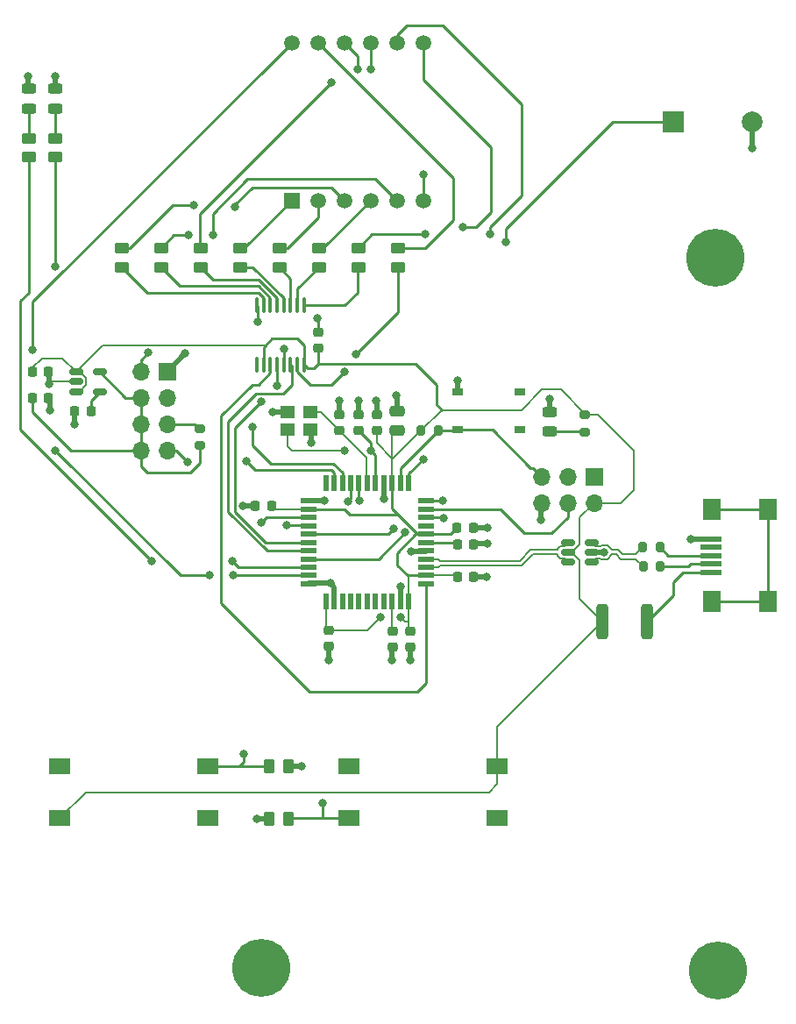
<source format=gbr>
%TF.GenerationSoftware,KiCad,Pcbnew,(7.0.0)*%
%TF.CreationDate,2023-04-20T13:01:05-06:00*%
%TF.ProjectId,Phase_B_ATMEGA_v3,50686173-655f-4425-9f41-544d4547415f,rev?*%
%TF.SameCoordinates,Original*%
%TF.FileFunction,Copper,L1,Top*%
%TF.FilePolarity,Positive*%
%FSLAX46Y46*%
G04 Gerber Fmt 4.6, Leading zero omitted, Abs format (unit mm)*
G04 Created by KiCad (PCBNEW (7.0.0)) date 2023-04-20 13:01:05*
%MOMM*%
%LPD*%
G01*
G04 APERTURE LIST*
G04 Aperture macros list*
%AMRoundRect*
0 Rectangle with rounded corners*
0 $1 Rounding radius*
0 $2 $3 $4 $5 $6 $7 $8 $9 X,Y pos of 4 corners*
0 Add a 4 corners polygon primitive as box body*
4,1,4,$2,$3,$4,$5,$6,$7,$8,$9,$2,$3,0*
0 Add four circle primitives for the rounded corners*
1,1,$1+$1,$2,$3*
1,1,$1+$1,$4,$5*
1,1,$1+$1,$6,$7*
1,1,$1+$1,$8,$9*
0 Add four rect primitives between the rounded corners*
20,1,$1+$1,$2,$3,$4,$5,0*
20,1,$1+$1,$4,$5,$6,$7,0*
20,1,$1+$1,$6,$7,$8,$9,0*
20,1,$1+$1,$8,$9,$2,$3,0*%
G04 Aperture macros list end*
%TA.AperFunction,ComponentPad*%
%ADD10C,5.600000*%
%TD*%
%TA.AperFunction,SMDPad,CuDef*%
%ADD11RoundRect,0.250000X0.450000X-0.262500X0.450000X0.262500X-0.450000X0.262500X-0.450000X-0.262500X0*%
%TD*%
%TA.AperFunction,SMDPad,CuDef*%
%ADD12RoundRect,0.200000X0.275000X-0.200000X0.275000X0.200000X-0.275000X0.200000X-0.275000X-0.200000X0*%
%TD*%
%TA.AperFunction,SMDPad,CuDef*%
%ADD13RoundRect,0.225000X-0.225000X-0.250000X0.225000X-0.250000X0.225000X0.250000X-0.225000X0.250000X0*%
%TD*%
%TA.AperFunction,SMDPad,CuDef*%
%ADD14RoundRect,0.243750X-0.456250X0.243750X-0.456250X-0.243750X0.456250X-0.243750X0.456250X0.243750X0*%
%TD*%
%TA.AperFunction,SMDPad,CuDef*%
%ADD15R,2.000000X0.500000*%
%TD*%
%TA.AperFunction,SMDPad,CuDef*%
%ADD16R,1.700000X2.000000*%
%TD*%
%TA.AperFunction,SMDPad,CuDef*%
%ADD17RoundRect,0.225000X0.250000X-0.225000X0.250000X0.225000X-0.250000X0.225000X-0.250000X-0.225000X0*%
%TD*%
%TA.AperFunction,SMDPad,CuDef*%
%ADD18RoundRect,0.200000X-0.200000X-0.275000X0.200000X-0.275000X0.200000X0.275000X-0.200000X0.275000X0*%
%TD*%
%TA.AperFunction,SMDPad,CuDef*%
%ADD19RoundRect,0.225000X-0.250000X0.225000X-0.250000X-0.225000X0.250000X-0.225000X0.250000X0.225000X0*%
%TD*%
%TA.AperFunction,SMDPad,CuDef*%
%ADD20R,1.400000X1.200000*%
%TD*%
%TA.AperFunction,SMDPad,CuDef*%
%ADD21RoundRect,0.250000X-0.262500X-0.450000X0.262500X-0.450000X0.262500X0.450000X-0.262500X0.450000X0*%
%TD*%
%TA.AperFunction,SMDPad,CuDef*%
%ADD22RoundRect,0.100000X-0.100000X0.637500X-0.100000X-0.637500X0.100000X-0.637500X0.100000X0.637500X0*%
%TD*%
%TA.AperFunction,SMDPad,CuDef*%
%ADD23RoundRect,0.225000X0.225000X0.250000X-0.225000X0.250000X-0.225000X-0.250000X0.225000X-0.250000X0*%
%TD*%
%TA.AperFunction,SMDPad,CuDef*%
%ADD24RoundRect,0.200000X-0.275000X0.200000X-0.275000X-0.200000X0.275000X-0.200000X0.275000X0.200000X0*%
%TD*%
%TA.AperFunction,SMDPad,CuDef*%
%ADD25RoundRect,0.200000X0.200000X0.275000X-0.200000X0.275000X-0.200000X-0.275000X0.200000X-0.275000X0*%
%TD*%
%TA.AperFunction,SMDPad,CuDef*%
%ADD26R,0.550000X1.500000*%
%TD*%
%TA.AperFunction,SMDPad,CuDef*%
%ADD27R,1.500000X0.550000*%
%TD*%
%TA.AperFunction,SMDPad,CuDef*%
%ADD28R,1.000000X0.700000*%
%TD*%
%TA.AperFunction,SMDPad,CuDef*%
%ADD29R,2.000000X1.500000*%
%TD*%
%TA.AperFunction,ComponentPad*%
%ADD30R,1.700000X1.700000*%
%TD*%
%TA.AperFunction,ComponentPad*%
%ADD31O,1.700000X1.700000*%
%TD*%
%TA.AperFunction,SMDPad,CuDef*%
%ADD32RoundRect,0.250000X0.312500X1.450000X-0.312500X1.450000X-0.312500X-1.450000X0.312500X-1.450000X0*%
%TD*%
%TA.AperFunction,ComponentPad*%
%ADD33R,2.000000X2.000000*%
%TD*%
%TA.AperFunction,ComponentPad*%
%ADD34C,2.000000*%
%TD*%
%TA.AperFunction,SMDPad,CuDef*%
%ADD35RoundRect,0.250000X0.262500X0.450000X-0.262500X0.450000X-0.262500X-0.450000X0.262500X-0.450000X0*%
%TD*%
%TA.AperFunction,SMDPad,CuDef*%
%ADD36RoundRect,0.250000X0.475000X-0.250000X0.475000X0.250000X-0.475000X0.250000X-0.475000X-0.250000X0*%
%TD*%
%TA.AperFunction,ComponentPad*%
%ADD37R,1.500000X1.500000*%
%TD*%
%TA.AperFunction,ComponentPad*%
%ADD38C,1.500000*%
%TD*%
%TA.AperFunction,SMDPad,CuDef*%
%ADD39RoundRect,0.150000X0.512500X0.150000X-0.512500X0.150000X-0.512500X-0.150000X0.512500X-0.150000X0*%
%TD*%
%TA.AperFunction,SMDPad,CuDef*%
%ADD40RoundRect,0.150000X-0.512500X-0.150000X0.512500X-0.150000X0.512500X0.150000X-0.512500X0.150000X0*%
%TD*%
%TA.AperFunction,ViaPad*%
%ADD41C,0.800000*%
%TD*%
%TA.AperFunction,Conductor*%
%ADD42C,0.250000*%
%TD*%
%TA.AperFunction,Conductor*%
%ADD43C,0.203200*%
%TD*%
%TA.AperFunction,Conductor*%
%ADD44C,0.508000*%
%TD*%
%TA.AperFunction,Conductor*%
%ADD45C,0.200000*%
%TD*%
G04 APERTURE END LIST*
D10*
%TO.P,REF\u002A\u002A,1*%
%TO.N,N/C*%
X177018978Y-148038539D03*
%TD*%
%TO.P,REF\u002A\u002A,1*%
%TO.N,N/C*%
X132984544Y-147747431D03*
%TD*%
%TO.P,REF\u002A\u002A,1*%
%TO.N,N/C*%
X176800761Y-79162679D03*
%TD*%
D11*
%TO.P,R5,1*%
%TO.N,a*%
X146114167Y-80088318D03*
%TO.P,R5,2*%
%TO.N,Net-(U1-a)*%
X146114167Y-78263318D03*
%TD*%
D12*
%TO.P,R17,1*%
%TO.N,+3.3V*%
X127000000Y-97345000D03*
%TO.P,R17,2*%
%TO.N,Net-(J3-Pin_5)*%
X127000000Y-95695000D03*
%TD*%
D11*
%TO.P,R8,1*%
%TO.N,d*%
X134684167Y-80088318D03*
%TO.P,R8,2*%
%TO.N,Net-(U1-d)*%
X134684167Y-78263318D03*
%TD*%
D13*
%TO.P,C13,1*%
%TO.N,+5V*%
X110860000Y-90200000D03*
%TO.P,C13,2*%
%TO.N,GND*%
X112410000Y-90200000D03*
%TD*%
D14*
%TO.P,D3,1,K*%
%TO.N,GND*%
X160845000Y-94065000D03*
%TO.P,D3,2,A*%
%TO.N,Net-(D3-A)*%
X160845000Y-95940000D03*
%TD*%
D15*
%TO.P,J2,1,VBUS*%
%TO.N,Net-(J2-VBUS)*%
X176369999Y-109549999D03*
%TO.P,J2,2,D-*%
%TO.N,Net-(J2-D-)*%
X176369999Y-108749999D03*
%TO.P,J2,3,D+*%
%TO.N,Net-(J2-D+)*%
X176369999Y-107949999D03*
%TO.P,J2,4,ID*%
%TO.N,unconnected-(J2-ID-Pad4)*%
X176369999Y-107149999D03*
%TO.P,J2,5,GND*%
%TO.N,GND*%
X176369999Y-106349999D03*
D16*
%TO.P,J2,6,Shield*%
%TO.N,unconnected-(J2-Shield-Pad6)*%
X176469999Y-112399999D03*
X181919999Y-112399999D03*
X176469999Y-103499999D03*
X181919999Y-103499999D03*
%TD*%
D11*
%TO.P,R7,1*%
%TO.N,c*%
X138494167Y-80088318D03*
%TO.P,R7,2*%
%TO.N,Net-(U1-c)*%
X138494167Y-78263318D03*
%TD*%
D17*
%TO.P,C5,1*%
%TO.N,+5V*%
X144085597Y-95917361D03*
%TO.P,C5,2*%
%TO.N,GND*%
X144085597Y-94367361D03*
%TD*%
D14*
%TO.P,D2,1,K*%
%TO.N,GND*%
X113030000Y-62895000D03*
%TO.P,D2,2,A*%
%TO.N,Net-(D2-A)*%
X113030000Y-64770000D03*
%TD*%
D11*
%TO.P,R3,1*%
%TO.N,RED_LED*%
X110490000Y-69492500D03*
%TO.P,R3,2*%
%TO.N,Net-(D1-A)*%
X110490000Y-67667500D03*
%TD*%
%TO.P,R6,1*%
%TO.N,b*%
X142304167Y-80088318D03*
%TO.P,R6,2*%
%TO.N,Net-(U1-b)*%
X142304167Y-78263318D03*
%TD*%
D18*
%TO.P,R13,1*%
%TO.N,+5V*%
X148386135Y-95870623D03*
%TO.P,R13,2*%
%TO.N,RST*%
X150036135Y-95870623D03*
%TD*%
D19*
%TO.P,C2,1*%
%TO.N,GND*%
X140488764Y-94349911D03*
%TO.P,C2,2*%
%TO.N,XTAL1*%
X140488764Y-95899911D03*
%TD*%
D20*
%TO.P,Y1,1,1*%
%TO.N,XTAL1*%
X137690469Y-94091469D03*
%TO.P,Y1,2,2*%
%TO.N,GND*%
X135490469Y-94091469D03*
%TO.P,Y1,3,3*%
%TO.N,XTAL2*%
X135490469Y-95791469D03*
%TO.P,Y1,4,4*%
%TO.N,GND*%
X137690469Y-95791469D03*
%TD*%
D19*
%TO.P,C12,1*%
%TO.N,/AREF*%
X145625107Y-115266761D03*
%TO.P,C12,2*%
%TO.N,GND*%
X145625107Y-116816761D03*
%TD*%
D21*
%TO.P,R1,1*%
%TO.N,Button_1*%
X133707500Y-128270000D03*
%TO.P,R1,2*%
%TO.N,GND*%
X135532500Y-128270000D03*
%TD*%
D22*
%TO.P,U2,1,QB*%
%TO.N,b*%
X137082297Y-83805077D03*
%TO.P,U2,2,QC*%
%TO.N,c*%
X136432297Y-83805077D03*
%TO.P,U2,3,QD*%
%TO.N,d*%
X135782297Y-83805077D03*
%TO.P,U2,4,QE*%
%TO.N,e*%
X135132297Y-83805077D03*
%TO.P,U2,5,QF*%
%TO.N,f*%
X134482297Y-83805077D03*
%TO.P,U2,6,QG*%
%TO.N,g*%
X133832297Y-83805077D03*
%TO.P,U2,7,QH*%
%TO.N,dp*%
X133182297Y-83805077D03*
%TO.P,U2,8,GND*%
%TO.N,GND*%
X132532297Y-83805077D03*
%TO.P,U2,9,QH'*%
%TO.N,unconnected-(U2-QH'-Pad9)*%
X132532297Y-89530077D03*
%TO.P,U2,10,~{SRCLR}*%
%TO.N,+5V*%
X133182297Y-89530077D03*
%TO.P,U2,11,SRCLK*%
%TO.N,SH_CP*%
X133832297Y-89530077D03*
%TO.P,U2,12,RCLK*%
%TO.N,ST_CP*%
X134482297Y-89530077D03*
%TO.P,U2,13,~{OE}*%
%TO.N,GND*%
X135132297Y-89530077D03*
%TO.P,U2,14,SER*%
%TO.N,DS*%
X135782297Y-89530077D03*
%TO.P,U2,15,QA*%
%TO.N,a*%
X136432297Y-89530077D03*
%TO.P,U2,16,VCC*%
%TO.N,+5V*%
X137082297Y-89530077D03*
%TD*%
D23*
%TO.P,C15,1*%
%TO.N,Net-(U5-BP)*%
X116500000Y-93980000D03*
%TO.P,C15,2*%
%TO.N,GND*%
X114950000Y-93980000D03*
%TD*%
D13*
%TO.P,C9,1*%
%TO.N,/UCAP*%
X151871806Y-106893264D03*
%TO.P,C9,2*%
%TO.N,GND*%
X153421806Y-106893264D03*
%TD*%
D14*
%TO.P,D1,1,K*%
%TO.N,GND*%
X110490000Y-62895000D03*
%TO.P,D1,2,A*%
%TO.N,Net-(D1-A)*%
X110490000Y-64770000D03*
%TD*%
D24*
%TO.P,R16,1*%
%TO.N,+5V*%
X164196361Y-94377674D03*
%TO.P,R16,2*%
%TO.N,Net-(D3-A)*%
X164196361Y-96027674D03*
%TD*%
D13*
%TO.P,C7,1*%
%TO.N,+5V*%
X151894180Y-110009211D03*
%TO.P,C7,2*%
%TO.N,GND*%
X153444180Y-110009211D03*
%TD*%
D25*
%TO.P,R14,1*%
%TO.N,Net-(J2-D+)*%
X171450000Y-107151492D03*
%TO.P,R14,2*%
%TO.N,USB_CONN_D+*%
X169800000Y-107151492D03*
%TD*%
D26*
%TO.P,U3,44,AVCC*%
%TO.N,+5V*%
X147184999Y-112379999D03*
%TO.P,U3,43,GND*%
%TO.N,GND*%
X146384999Y-112379999D03*
%TO.P,U3,42,AREF*%
%TO.N,/AREF*%
X145584999Y-112379999D03*
%TO.P,U3,41,PF0*%
%TO.N,unconnected-(U3-PF0-Pad41)*%
X144784999Y-112379999D03*
%TO.P,U3,40,PF1*%
%TO.N,unconnected-(U3-PF1-Pad40)*%
X143984999Y-112379999D03*
%TO.P,U3,39,PF4*%
%TO.N,unconnected-(U3-PF4-Pad39)*%
X143184999Y-112379999D03*
%TO.P,U3,38,PF5*%
%TO.N,unconnected-(U3-PF5-Pad38)*%
X142384999Y-112379999D03*
%TO.P,U3,37,PF6*%
%TO.N,unconnected-(U3-PF6-Pad37)*%
X141584999Y-112379999D03*
%TO.P,U3,36,PF7*%
%TO.N,unconnected-(U3-PF7-Pad36)*%
X140784999Y-112379999D03*
%TO.P,U3,35,GND*%
%TO.N,GND*%
X139984999Y-112379999D03*
%TO.P,U3,34,VCC*%
%TO.N,+5V*%
X139184999Y-112379999D03*
D27*
%TO.P,U3,33,~{HWB}/PE2*%
%TO.N,GND*%
X137484999Y-110679999D03*
%TO.P,U3,32,PC7*%
%TO.N,Dig1*%
X137484999Y-109879999D03*
%TO.P,U3,31,PC6*%
%TO.N,RED_LED*%
X137484999Y-109079999D03*
%TO.P,U3,30,PB6*%
%TO.N,Dig4*%
X137484999Y-108279999D03*
%TO.P,U3,29,PB5*%
%TO.N,DS*%
X137484999Y-107479999D03*
%TO.P,U3,28,PB4*%
%TO.N,ST_CP*%
X137484999Y-106679999D03*
%TO.P,U3,27,PD7*%
%TO.N,Buzzer*%
X137484999Y-105879999D03*
%TO.P,U3,26,PD6*%
%TO.N,Dig2*%
X137484999Y-105079999D03*
%TO.P,U3,25,PD4*%
%TO.N,GREEN_LED*%
X137484999Y-104279999D03*
%TO.P,U3,24,AVCC*%
%TO.N,+5V*%
X137484999Y-103479999D03*
%TO.P,U3,23,GND*%
%TO.N,GND*%
X137484999Y-102679999D03*
D26*
%TO.P,U3,22,PD5*%
%TO.N,unconnected-(U3-PD5-Pad22)*%
X139184999Y-100979999D03*
%TO.P,U3,21,PD3*%
%TO.N,RX*%
X139984999Y-100979999D03*
%TO.P,U3,20,PD2*%
%TO.N,TX*%
X140784999Y-100979999D03*
%TO.P,U3,19,PD1*%
%TO.N,Button_1*%
X141584999Y-100979999D03*
%TO.P,U3,18,PD0*%
%TO.N,Button_2*%
X142384999Y-100979999D03*
%TO.P,U3,17,XTAL1*%
%TO.N,XTAL1*%
X143184999Y-100979999D03*
%TO.P,U3,16,XTAL2*%
%TO.N,XTAL2*%
X143984999Y-100979999D03*
%TO.P,U3,15,GND*%
%TO.N,GND*%
X144784999Y-100979999D03*
%TO.P,U3,14,VCC*%
%TO.N,+5V*%
X145584999Y-100979999D03*
%TO.P,U3,13,~{RESET}*%
%TO.N,RST*%
X146384999Y-100979999D03*
%TO.P,U3,12,PB7*%
%TO.N,Dig3*%
X147184999Y-100979999D03*
D27*
%TO.P,U3,11,PB3*%
%TO.N,MISO*%
X148884999Y-102679999D03*
%TO.P,U3,10,PB2*%
%TO.N,MOSI*%
X148884999Y-103479999D03*
%TO.P,U3,9,PB1*%
%TO.N,SCK*%
X148884999Y-104279999D03*
%TO.P,U3,8,PB0*%
%TO.N,unconnected-(U3-PB0-Pad8)*%
X148884999Y-105079999D03*
%TO.P,U3,7,VBUS*%
%TO.N,+5V*%
X148884999Y-105879999D03*
%TO.P,U3,6,UCAP*%
%TO.N,/UCAP*%
X148884999Y-106679999D03*
%TO.P,U3,5,UGND*%
%TO.N,GND*%
X148884999Y-107479999D03*
%TO.P,U3,4,D+*%
%TO.N,USB_D+*%
X148884999Y-108279999D03*
%TO.P,U3,3,D-*%
%TO.N,USB_D-*%
X148884999Y-109079999D03*
%TO.P,U3,2,UVCC*%
%TO.N,+5V*%
X148884999Y-109879999D03*
%TO.P,U3,1,PE6*%
%TO.N,SH_CP*%
X148884999Y-110679999D03*
%TD*%
D13*
%TO.P,C14,1*%
%TO.N,+3.3V*%
X110860000Y-92710000D03*
%TO.P,C14,2*%
%TO.N,GND*%
X112410000Y-92710000D03*
%TD*%
D28*
%TO.P,S3,1*%
%TO.N,GND*%
X151939999Y-92129999D03*
%TO.P,S3,2*%
%TO.N,N/C*%
X157939999Y-92129999D03*
%TO.P,S3,3*%
%TO.N,RST*%
X151939999Y-95829999D03*
%TO.P,S3,4*%
%TO.N,N/C*%
X157939999Y-95829999D03*
%TD*%
D29*
%TO.P,S1,A1,NO_1*%
%TO.N,unconnected-(S1-NO_1-PadA1)*%
X113499999Y-128309999D03*
%TO.P,S1,B1,NO_2*%
%TO.N,Button_1*%
X127799999Y-128309999D03*
%TO.P,S1,C1,COM_1*%
%TO.N,+5V*%
X113499999Y-133309999D03*
%TO.P,S1,D1,COM_2*%
%TO.N,unconnected-(S1-COM_2-PadD1)*%
X127799999Y-133309999D03*
%TD*%
D17*
%TO.P,C1,1*%
%TO.N,+5V*%
X138430000Y-87910000D03*
%TO.P,C1,2*%
%TO.N,GND*%
X138430000Y-86360000D03*
%TD*%
D30*
%TO.P,J3,1,Pin_1*%
%TO.N,GND*%
X123859999Y-90169999D03*
D31*
%TO.P,J3,2,Pin_2*%
%TO.N,TX*%
X121319999Y-90169999D03*
%TO.P,J3,3,Pin_3*%
%TO.N,unconnected-(J3-Pin_3-Pad3)*%
X123859999Y-92709999D03*
%TO.P,J3,4,Pin_4*%
%TO.N,+3.3V*%
X121319999Y-92709999D03*
%TO.P,J3,5,Pin_5*%
%TO.N,Net-(J3-Pin_5)*%
X123859999Y-95249999D03*
%TO.P,J3,6,Pin_6*%
%TO.N,+3.3V*%
X121319999Y-95249999D03*
%TO.P,J3,7,Pin_7*%
%TO.N,RX*%
X123859999Y-97789999D03*
%TO.P,J3,8,Pin_8*%
%TO.N,+3.3V*%
X121319999Y-97789999D03*
%TD*%
D13*
%TO.P,C6,1*%
%TO.N,+5V*%
X151857379Y-105257668D03*
%TO.P,C6,2*%
%TO.N,GND*%
X153407379Y-105257668D03*
%TD*%
D11*
%TO.P,R12,1*%
%TO.N,dp*%
X119444167Y-80088318D03*
%TO.P,R12,2*%
%TO.N,Net-(U1-DPX)*%
X119444167Y-78263318D03*
%TD*%
D32*
%TO.P,F1,1*%
%TO.N,Net-(J2-VBUS)*%
X170180000Y-114300000D03*
%TO.P,F1,2*%
%TO.N,+5V*%
X165905000Y-114300000D03*
%TD*%
D33*
%TO.P,LS1,1,1*%
%TO.N,Buzzer*%
X172729999Y-66039999D03*
D34*
%TO.P,LS1,2,2*%
%TO.N,GND*%
X180330000Y-66040000D03*
%TD*%
D11*
%TO.P,R11,1*%
%TO.N,g*%
X123254167Y-80088318D03*
%TO.P,R11,2*%
%TO.N,Net-(U1-g)*%
X123254167Y-78263318D03*
%TD*%
D35*
%TO.P,R2,1*%
%TO.N,Button_2*%
X135532500Y-133350000D03*
%TO.P,R2,2*%
%TO.N,GND*%
X133707500Y-133350000D03*
%TD*%
D36*
%TO.P,C8,1*%
%TO.N,+5V*%
X146050000Y-95880000D03*
%TO.P,C8,2*%
%TO.N,GND*%
X146050000Y-93980000D03*
%TD*%
D37*
%TO.P,U1,1,e*%
%TO.N,Net-(U1-e)*%
X135889999Y-73659999D03*
D38*
%TO.P,U1,2,d*%
%TO.N,Net-(U1-d)*%
X138430000Y-73660000D03*
%TO.P,U1,3,DPX*%
%TO.N,Net-(U1-DPX)*%
X140970000Y-73660000D03*
%TO.P,U1,4,c*%
%TO.N,Net-(U1-c)*%
X143510000Y-73660000D03*
%TO.P,U1,5,g*%
%TO.N,Net-(U1-g)*%
X146050000Y-73660000D03*
%TO.P,U1,6,CA4*%
%TO.N,Dig4*%
X148590000Y-73660000D03*
%TO.P,U1,7,b*%
%TO.N,Net-(U1-b)*%
X148590000Y-58420000D03*
%TO.P,U1,8,CA3*%
%TO.N,Dig3*%
X146050000Y-58420000D03*
%TO.P,U1,9,CA2*%
%TO.N,Dig2*%
X143510000Y-58420000D03*
%TO.P,U1,10,f*%
%TO.N,Net-(U1-f)*%
X140970000Y-58420000D03*
%TO.P,U1,11,a*%
%TO.N,Net-(U1-a)*%
X138430000Y-58420000D03*
%TO.P,U1,12,CA1*%
%TO.N,Dig1*%
X135890000Y-58420000D03*
%TD*%
D39*
%TO.P,U4,1,I/O1*%
%TO.N,USB_CONN_D-*%
X164835000Y-108580000D03*
%TO.P,U4,2,GND*%
%TO.N,GND*%
X164835000Y-107630000D03*
%TO.P,U4,3,I/O2*%
%TO.N,USB_CONN_D+*%
X164835000Y-106680000D03*
%TO.P,U4,4,I/O2*%
%TO.N,USB_D+*%
X162560000Y-106680000D03*
%TO.P,U4,5,VBUS*%
%TO.N,+5V*%
X162560000Y-107630000D03*
%TO.P,U4,6,I/O1*%
%TO.N,USB_D-*%
X162560000Y-108580000D03*
%TD*%
D17*
%TO.P,C3,1*%
%TO.N,XTAL2*%
X142324588Y-95908823D03*
%TO.P,C3,2*%
%TO.N,GND*%
X142324588Y-94358823D03*
%TD*%
D23*
%TO.P,C4,1*%
%TO.N,+5V*%
X133938599Y-103156691D03*
%TO.P,C4,2*%
%TO.N,GND*%
X132388599Y-103156691D03*
%TD*%
D40*
%TO.P,U5,1,VIN*%
%TO.N,+5V*%
X115077500Y-90220000D03*
%TO.P,U5,2,GND*%
%TO.N,GND*%
X115077500Y-91170000D03*
%TO.P,U5,3,ON/~{OFF}*%
%TO.N,+5V*%
X115077500Y-92120000D03*
%TO.P,U5,4,BP*%
%TO.N,Net-(U5-BP)*%
X117352500Y-92120000D03*
%TO.P,U5,5,VOUT*%
%TO.N,+3.3V*%
X117352500Y-90220000D03*
%TD*%
D11*
%TO.P,R10,1*%
%TO.N,f*%
X127064167Y-80088318D03*
%TO.P,R10,2*%
%TO.N,Net-(U1-f)*%
X127064167Y-78263318D03*
%TD*%
D19*
%TO.P,C10,1*%
%TO.N,+5V*%
X147339690Y-115255481D03*
%TO.P,C10,2*%
%TO.N,GND*%
X147339690Y-116805481D03*
%TD*%
D11*
%TO.P,R9,1*%
%TO.N,e*%
X130874167Y-80088318D03*
%TO.P,R9,2*%
%TO.N,Net-(U1-e)*%
X130874167Y-78263318D03*
%TD*%
D25*
%TO.P,R15,1*%
%TO.N,Net-(J2-D-)*%
X171485295Y-109009638D03*
%TO.P,R15,2*%
%TO.N,USB_CONN_D-*%
X169835295Y-109009638D03*
%TD*%
D19*
%TO.P,C11,1*%
%TO.N,+5V*%
X139457130Y-115176623D03*
%TO.P,C11,2*%
%TO.N,GND*%
X139457130Y-116726623D03*
%TD*%
D11*
%TO.P,R4,1*%
%TO.N,GREEN_LED*%
X113030000Y-69492500D03*
%TO.P,R4,2*%
%TO.N,Net-(D2-A)*%
X113030000Y-67667500D03*
%TD*%
D29*
%TO.P,S2,A1,NO_1*%
%TO.N,unconnected-(S2-NO_1-PadA1)*%
X155739999Y-133309999D03*
%TO.P,S2,B1,NO_2*%
%TO.N,Button_2*%
X141439999Y-133309999D03*
%TO.P,S2,C1,COM_1*%
%TO.N,+5V*%
X155739999Y-128309999D03*
%TO.P,S2,D1,COM_2*%
%TO.N,unconnected-(S2-COM_2-PadD1)*%
X141439999Y-128309999D03*
%TD*%
D30*
%TO.P,J1,1,MISO*%
%TO.N,MISO*%
X165099999Y-100329999D03*
D31*
%TO.P,J1,2,VCC*%
%TO.N,+5V*%
X165099999Y-102869999D03*
%TO.P,J1,3,SCK*%
%TO.N,SCK*%
X162559999Y-100329999D03*
%TO.P,J1,4,MOSI*%
%TO.N,MOSI*%
X162559999Y-102869999D03*
%TO.P,J1,5,~{RST}*%
%TO.N,RST*%
X160019999Y-100329999D03*
%TO.P,J1,6,GND*%
%TO.N,GND*%
X160019999Y-102869999D03*
%TD*%
D41*
%TO.N,+5V*%
X146411428Y-113897881D03*
X144435060Y-113932104D03*
%TO.N,GND*%
X139606078Y-110628541D03*
X131147296Y-103191227D03*
X147426475Y-107528040D03*
X144772138Y-102488345D03*
X151914904Y-91041094D03*
X159982527Y-104545627D03*
X154731495Y-109974456D03*
X136860336Y-128322441D03*
X145560817Y-118077942D03*
X154758641Y-106836618D03*
X144047735Y-92993457D03*
X139453980Y-118076298D03*
X154803996Y-105261565D03*
X138327331Y-85054732D03*
X112425960Y-91378079D03*
X125613968Y-88408810D03*
X146401243Y-110943085D03*
X110455541Y-61628262D03*
X147332021Y-118053898D03*
X139070516Y-102661786D03*
X113085611Y-61642365D03*
X180340000Y-68580000D03*
X145996504Y-92473785D03*
X142335180Y-93017078D03*
X134061906Y-94077552D03*
X114896000Y-95295234D03*
X140504517Y-92981646D03*
X160813569Y-92820827D03*
X135119986Y-87995043D03*
X137732908Y-97092908D03*
X112551044Y-93961277D03*
X132612120Y-85354182D03*
X174441654Y-106349430D03*
X166059093Y-107642281D03*
X132487847Y-133368055D03*
%TO.N,XTAL2*%
X143510000Y-97790000D03*
X140970000Y-97790000D03*
%TO.N,MISO*%
X150474062Y-102647551D03*
%TO.N,SCK*%
X150525396Y-104337731D03*
%TO.N,TX*%
X122028372Y-88354383D03*
X132094922Y-95496971D03*
%TO.N,RX*%
X131516368Y-98845062D03*
X125798445Y-98888885D03*
%TO.N,Buzzer*%
X145748884Y-105374732D03*
X156586426Y-77697870D03*
%TO.N,Button_1*%
X141305513Y-102770994D03*
X131280663Y-127092446D03*
%TO.N,Button_2*%
X142388298Y-102683722D03*
X138878652Y-131848995D03*
%TO.N,RED_LED*%
X130174788Y-108526987D03*
X122403778Y-108526987D03*
%TO.N,GREEN_LED*%
X113030000Y-80010000D03*
X132926103Y-104804153D03*
%TO.N,a*%
X140970000Y-90170000D03*
X142085187Y-88483481D03*
%TO.N,Net-(U1-b)*%
X148821954Y-76941447D03*
X152400000Y-76200000D03*
%TO.N,Net-(U1-f)*%
X139700000Y-62230000D03*
X142240000Y-60960000D03*
%TO.N,Net-(U1-g)*%
X125883861Y-77036510D03*
X128302274Y-77019399D03*
%TO.N,Net-(U1-DPX)*%
X126454242Y-74091540D03*
X130412681Y-74256951D03*
%TO.N,Dig4*%
X148590000Y-71120000D03*
X146855280Y-105716960D03*
%TO.N,Dig3*%
X155017523Y-76943824D03*
X148572071Y-98652264D03*
%TO.N,Dig2*%
X135388968Y-105004500D03*
X143510000Y-60960000D03*
%TO.N,Dig1*%
X110855234Y-88068056D03*
X127952394Y-109887345D03*
X130246534Y-109880000D03*
X113030000Y-97790000D03*
%TO.N,ST_CP*%
X134441233Y-91576774D03*
X132979886Y-93105463D03*
%TD*%
D42*
%TO.N,unconnected-(J2-Shield-Pad6)*%
X181920000Y-112400000D02*
X176470000Y-112400000D01*
X181920000Y-103500000D02*
X181920000Y-112400000D01*
X176470000Y-103500000D02*
X181920000Y-103500000D01*
D43*
%TO.N,+5V*%
X161866366Y-91900963D02*
X164196361Y-94230958D01*
X163705646Y-112100646D02*
X165905000Y-114300000D01*
D42*
X138450866Y-89421898D02*
X138450866Y-87930866D01*
D43*
X147185000Y-115100791D02*
X147185000Y-114300000D01*
X115077500Y-90220000D02*
X115428659Y-90220000D01*
D42*
X146050000Y-108882572D02*
X147047428Y-109880000D01*
X148885000Y-105880000D02*
X151235047Y-105880000D01*
X146176813Y-104013187D02*
X145585000Y-103421375D01*
D43*
X155740000Y-130010000D02*
X155740000Y-128310000D01*
X163708318Y-104261682D02*
X165100000Y-102870000D01*
D42*
X147885000Y-105880000D02*
X146050000Y-107715000D01*
X149860000Y-91440000D02*
X149860000Y-93375016D01*
D43*
X110860000Y-89800000D02*
X110860000Y-90200000D01*
X165497674Y-94377674D02*
X168910000Y-97790000D01*
D42*
X146176813Y-104013187D02*
X141522401Y-104013187D01*
D43*
X143190541Y-115176623D02*
X144435060Y-113932104D01*
X167640000Y-102870000D02*
X165100000Y-102870000D01*
D42*
X133182297Y-87818000D02*
X133360149Y-87640149D01*
X138450866Y-87930866D02*
X138430000Y-87910000D01*
D43*
X148386135Y-95870623D02*
X145585000Y-98671758D01*
X116041600Y-90832941D02*
X116041600Y-91507059D01*
X164196361Y-94230958D02*
X164196361Y-94377674D01*
D42*
X147047428Y-109880000D02*
X148885000Y-109880000D01*
D43*
X147185000Y-114300000D02*
X147185000Y-112380000D01*
X115077500Y-90220000D02*
X117657351Y-87640149D01*
D42*
X138014525Y-89858239D02*
X138450866Y-89421898D01*
X148885000Y-105880000D02*
X147885000Y-105880000D01*
D43*
X144085597Y-95917361D02*
X144085597Y-97095597D01*
X115428659Y-92120000D02*
X115077500Y-92120000D01*
X163690678Y-108409519D02*
X163705646Y-108409519D01*
X162560000Y-107630000D02*
X162952248Y-107630000D01*
D42*
X146050000Y-107715000D02*
X146050000Y-108882572D01*
D43*
X139185000Y-114904493D02*
X139185000Y-112380000D01*
D42*
X133182297Y-89530077D02*
X133182297Y-87818000D01*
D43*
X162952248Y-107630000D02*
X163708318Y-106873930D01*
X115077500Y-90220000D02*
X113757500Y-88900000D01*
X117657351Y-87640149D02*
X133360149Y-87640149D01*
X115428659Y-90220000D02*
X116041600Y-90832941D01*
X145585000Y-99060000D02*
X145585000Y-100980000D01*
X162560000Y-107630000D02*
X162911159Y-107630000D01*
X151764969Y-109880000D02*
X148885000Y-109880000D01*
X163708318Y-106873930D02*
X163708318Y-104261682D01*
D42*
X136381196Y-87003291D02*
X137082297Y-87704392D01*
D43*
X163705646Y-108409519D02*
X163705646Y-112100646D01*
X155740000Y-128310000D02*
X155740000Y-124465000D01*
X147339690Y-115255481D02*
X147185000Y-115100791D01*
X145585000Y-98671758D02*
X145585000Y-99060000D01*
D42*
X145585000Y-103421375D02*
X145585000Y-100980000D01*
X147841898Y-89421898D02*
X149860000Y-91440000D01*
D43*
X146050000Y-95880000D02*
X145585000Y-96345000D01*
D42*
X140989214Y-103480000D02*
X137485000Y-103480000D01*
X137410459Y-89858239D02*
X138014525Y-89858239D01*
D43*
X162911159Y-107630000D02*
X163690678Y-108409519D01*
D42*
X148885000Y-105880000D02*
X148043625Y-105880000D01*
D43*
X144085597Y-97095597D02*
X145585000Y-98595000D01*
D42*
X138450866Y-89421898D02*
X147841898Y-89421898D01*
D43*
X116041600Y-91507059D02*
X115428659Y-92120000D01*
X164196361Y-94377674D02*
X165497674Y-94377674D01*
X133938599Y-103156691D02*
X134261908Y-103480000D01*
D42*
X137082297Y-89530077D02*
X137410459Y-89858239D01*
X137082297Y-87704392D02*
X137082297Y-89530077D01*
D43*
X113500000Y-133310000D02*
X116000000Y-130810000D01*
X146411428Y-113897881D02*
X146813547Y-114300000D01*
X113757500Y-88900000D02*
X111760000Y-88900000D01*
X116000000Y-130810000D02*
X154940000Y-130810000D01*
X154940000Y-130810000D02*
X155740000Y-130010000D01*
D42*
X151235047Y-105880000D02*
X151857379Y-105257668D01*
X133360149Y-87640149D02*
X133997006Y-87003291D01*
D43*
X134261908Y-103480000D02*
X137485000Y-103480000D01*
X139457130Y-115176623D02*
X139185000Y-114904493D01*
X147185000Y-110017572D02*
X147047428Y-109880000D01*
D42*
X148043625Y-105880000D02*
X146176813Y-104013187D01*
X149860000Y-93375016D02*
X150370871Y-93885887D01*
D43*
X151894180Y-110009211D02*
X151764969Y-109880000D01*
X146813547Y-114300000D02*
X147185000Y-114300000D01*
X160044001Y-91900963D02*
X161866366Y-91900963D01*
X145585000Y-96345000D02*
X145585000Y-99060000D01*
X145585000Y-98595000D02*
X145585000Y-99060000D01*
X139457130Y-115176623D02*
X143190541Y-115176623D01*
X111760000Y-88900000D02*
X110860000Y-89800000D01*
D42*
X141522401Y-104013187D02*
X140989214Y-103480000D01*
D43*
X150370871Y-93885887D02*
X158059077Y-93885887D01*
X147185000Y-112380000D02*
X147185000Y-110017572D01*
X168910000Y-97790000D02*
X168910000Y-101600000D01*
X148386135Y-95870623D02*
X150370871Y-93885887D01*
X168910000Y-101600000D02*
X167640000Y-102870000D01*
D42*
X133997006Y-87003291D02*
X136381196Y-87003291D01*
D43*
X155740000Y-124465000D02*
X165905000Y-114300000D01*
X158059077Y-93885887D02*
X160044001Y-91900963D01*
D44*
%TO.N,GND*%
X137536459Y-110628541D02*
X137485000Y-110680000D01*
X123860000Y-90162778D02*
X125613968Y-88408810D01*
X139985000Y-111007463D02*
X139985000Y-112380000D01*
X131147296Y-103191227D02*
X132354063Y-103191227D01*
X132487847Y-133368055D02*
X133689445Y-133368055D01*
X135532500Y-128270000D02*
X136807895Y-128270000D01*
X133689445Y-133368055D02*
X133707500Y-133350000D01*
D43*
X112634039Y-91170000D02*
X112425960Y-91378079D01*
D42*
X135132297Y-88007354D02*
X135119986Y-87995043D01*
D44*
X140488764Y-92997399D02*
X140504517Y-92981646D01*
X147332021Y-116813150D02*
X147339690Y-116805481D01*
X159982527Y-102907473D02*
X160020000Y-102870000D01*
X144772138Y-102488345D02*
X144772138Y-100992862D01*
X180330000Y-68570000D02*
X180340000Y-68580000D01*
X113085611Y-61642365D02*
X113085611Y-62839389D01*
X146050000Y-92527281D02*
X145996504Y-92473785D01*
X148907998Y-107502998D02*
X148885000Y-107480000D01*
X174442224Y-106350000D02*
X174441654Y-106349430D01*
X134061906Y-94077552D02*
X135476552Y-94077552D01*
X139457130Y-117082870D02*
X139453980Y-117086020D01*
X153478452Y-106836618D02*
X153421806Y-106893264D01*
X147426475Y-107528040D02*
X148836960Y-107528040D01*
X137732908Y-97092908D02*
X137732908Y-95833908D01*
X144085597Y-93031319D02*
X144047735Y-92993457D01*
X123860000Y-90170000D02*
X123860000Y-90162778D01*
X139606078Y-110628541D02*
X139985000Y-111007463D01*
X114896000Y-95295234D02*
X114896000Y-94034000D01*
X114896000Y-94034000D02*
X114950000Y-93980000D01*
D42*
X138430000Y-86360000D02*
X138430000Y-85157401D01*
D44*
X112551044Y-93961277D02*
X112551044Y-92851044D01*
X113085611Y-62839389D02*
X113030000Y-62895000D01*
X139606078Y-110628541D02*
X137536459Y-110628541D01*
X110455541Y-61628262D02*
X110455541Y-62860541D01*
X142324588Y-94358823D02*
X142324588Y-93027670D01*
X144085597Y-94367361D02*
X144085597Y-93031319D01*
X145560817Y-116881051D02*
X145625107Y-116816761D01*
X146050000Y-93980000D02*
X146050000Y-92527281D01*
D42*
X138430000Y-85157401D02*
X138327331Y-85054732D01*
D44*
X110455541Y-62860541D02*
X110490000Y-62895000D01*
D43*
X115077500Y-91170000D02*
X112634039Y-91170000D01*
D44*
X154803996Y-105261565D02*
X153411276Y-105261565D01*
X112551044Y-92851044D02*
X112410000Y-92710000D01*
X137732908Y-95833908D02*
X137690470Y-95791470D01*
X176370000Y-106350000D02*
X174442224Y-106350000D01*
D42*
X132606300Y-85360002D02*
X132612120Y-85354182D01*
D44*
X146401243Y-112363757D02*
X146385000Y-112380000D01*
X139457130Y-116726623D02*
X139457130Y-117082870D01*
D42*
X135132297Y-89530077D02*
X135132297Y-88007354D01*
D44*
X153444180Y-110009211D02*
X154696740Y-110009211D01*
X151940000Y-91066190D02*
X151914904Y-91041094D01*
X160813569Y-94033569D02*
X160845000Y-94065000D01*
X154696740Y-110009211D02*
X154731495Y-109974456D01*
X164835000Y-107630000D02*
X166046812Y-107630000D01*
X137485000Y-102680000D02*
X139052302Y-102680000D01*
X139052302Y-102680000D02*
X139070516Y-102661786D01*
X139453980Y-118076298D02*
X139453980Y-117086020D01*
X136807895Y-128270000D02*
X136860336Y-128322441D01*
X145560817Y-118077942D02*
X145560817Y-116881051D01*
D42*
X132612120Y-83884900D02*
X132532297Y-83805077D01*
D44*
X135476552Y-94077552D02*
X135490470Y-94091470D01*
X159982527Y-104545627D02*
X159982527Y-102907473D01*
X132354063Y-103191227D02*
X132388599Y-103156691D01*
D42*
X132612120Y-85354182D02*
X132612120Y-83884900D01*
D44*
X112425960Y-91378079D02*
X112425960Y-90215960D01*
X151940000Y-92130000D02*
X151940000Y-91066190D01*
X148836960Y-107528040D02*
X148885000Y-107480000D01*
X112425960Y-90215960D02*
X112410000Y-90200000D01*
X166046812Y-107630000D02*
X166059093Y-107642281D01*
X140488764Y-94349911D02*
X140488764Y-92997399D01*
X144772138Y-100992862D02*
X144785000Y-100980000D01*
X180330000Y-66040000D02*
X180330000Y-68570000D01*
X146401243Y-110943085D02*
X146401243Y-112363757D01*
X142324588Y-93027670D02*
X142335180Y-93017078D01*
X147332021Y-118053898D02*
X147332021Y-116813150D01*
X153411276Y-105261565D02*
X153407379Y-105257668D01*
X154758641Y-106836618D02*
X153478452Y-106836618D01*
X160813569Y-92820827D02*
X160813569Y-94033569D01*
D43*
%TO.N,XTAL1*%
X138680323Y-94091470D02*
X140488764Y-95899911D01*
X137690470Y-94091470D02*
X138680323Y-94091470D01*
X143106800Y-100901800D02*
X143185000Y-100980000D01*
X143106800Y-98517947D02*
X143106800Y-100901800D01*
X140488764Y-95899911D02*
X143106800Y-98517947D01*
%TO.N,XTAL2*%
X135490470Y-97390470D02*
X135894508Y-97794508D01*
D42*
X143510000Y-97790000D02*
X143510000Y-97094235D01*
X143510000Y-97094235D02*
X142324588Y-95908823D01*
D43*
X135490470Y-95791470D02*
X135490470Y-97390470D01*
D42*
X143510000Y-97790000D02*
X143985000Y-98265000D01*
D43*
X135894508Y-97794508D02*
X140965492Y-97794508D01*
D42*
X143985000Y-98265000D02*
X143985000Y-100980000D01*
D43*
X142324588Y-95908823D02*
X142240000Y-95993411D01*
X140965492Y-97794508D02*
X140970000Y-97790000D01*
D42*
%TO.N,/UCAP*%
X151658542Y-106680000D02*
X151871806Y-106893264D01*
X148885000Y-106680000D02*
X151658542Y-106680000D01*
D43*
%TO.N,/AREF*%
X145585000Y-115226654D02*
X145585000Y-112380000D01*
X145625107Y-115266761D02*
X145585000Y-115226654D01*
D42*
%TO.N,+3.3V*%
X121320000Y-95250000D02*
X121320000Y-97790000D01*
X121320000Y-99325030D02*
X121971334Y-99976364D01*
X121971334Y-99976364D02*
X126049554Y-99976364D01*
X121320000Y-97790000D02*
X121320000Y-99325030D01*
X114535757Y-97790000D02*
X121320000Y-97790000D01*
X127007793Y-97352793D02*
X127000000Y-97345000D01*
X127007793Y-99018125D02*
X127007793Y-97352793D01*
X110860000Y-94114243D02*
X114535757Y-97790000D01*
X126049554Y-99976364D02*
X127007793Y-99018125D01*
X110860000Y-92710000D02*
X110860000Y-94114243D01*
X121320000Y-92710000D02*
X119842500Y-92710000D01*
X121320000Y-92710000D02*
X121320000Y-95250000D01*
X119842500Y-92710000D02*
X117352500Y-90220000D01*
%TO.N,Net-(U5-BP)*%
X116500000Y-92972500D02*
X117352500Y-92120000D01*
X116500000Y-93980000D02*
X116500000Y-92972500D01*
%TO.N,Net-(D1-A)*%
X110490000Y-64770000D02*
X110490000Y-67667500D01*
%TO.N,Net-(D2-A)*%
X113030000Y-64770000D02*
X113030000Y-67667500D01*
%TO.N,Net-(D3-A)*%
X160845000Y-95940000D02*
X164108687Y-95940000D01*
X164108687Y-95940000D02*
X164196361Y-96027674D01*
%TO.N,Net-(J2-VBUS)*%
X172720000Y-111760000D02*
X172720000Y-110490000D01*
X170180000Y-114300000D02*
X172720000Y-111760000D01*
X172720000Y-110490000D02*
X173660000Y-109550000D01*
X173660000Y-109550000D02*
X176370000Y-109550000D01*
%TO.N,MISO*%
X148885000Y-102680000D02*
X150441613Y-102680000D01*
X150441613Y-102680000D02*
X150474062Y-102647551D01*
%TO.N,SCK*%
X150467665Y-104280000D02*
X150525396Y-104337731D01*
X148885000Y-104280000D02*
X150467665Y-104280000D01*
%TO.N,MOSI*%
X148885000Y-103480000D02*
X156061253Y-103480000D01*
X162560000Y-104244235D02*
X162560000Y-102870000D01*
X156061253Y-103480000D02*
X158377304Y-105796051D01*
X158377304Y-105796051D02*
X161008184Y-105796051D01*
X161008184Y-105796051D02*
X162560000Y-104244235D01*
%TO.N,RST*%
X150036135Y-95870623D02*
X151899377Y-95870623D01*
X151899377Y-95870623D02*
X151940000Y-95830000D01*
X146385000Y-100980000D02*
X146385000Y-99521758D01*
X146385000Y-99521758D02*
X150036135Y-95870623D01*
X158972315Y-99480000D02*
X155322315Y-95830000D01*
X155322315Y-95830000D02*
X151940000Y-95830000D01*
X160020000Y-100330000D02*
X159170000Y-99480000D01*
X159170000Y-99480000D02*
X158972315Y-99480000D01*
%TO.N,Net-(J2-D-)*%
X171485295Y-109009638D02*
X174200362Y-109009638D01*
X174460000Y-108750000D02*
X176370000Y-108750000D01*
X174200362Y-109009638D02*
X174460000Y-108750000D01*
%TO.N,Net-(J2-D+)*%
X172248508Y-107950000D02*
X176370000Y-107950000D01*
X171450000Y-107151492D02*
X172248508Y-107950000D01*
%TO.N,TX*%
X121320000Y-89062755D02*
X122028372Y-88354383D01*
X121320000Y-90170000D02*
X121320000Y-89062755D01*
X140785000Y-100980000D02*
X140785000Y-99980000D01*
X133876556Y-99094222D02*
X132094922Y-97312588D01*
X132094922Y-97312588D02*
X132094922Y-95496971D01*
X139899222Y-99094222D02*
X133876556Y-99094222D01*
X140785000Y-99980000D02*
X139899222Y-99094222D01*
%TO.N,Net-(J3-Pin_5)*%
X126555000Y-95250000D02*
X127000000Y-95695000D01*
X123860000Y-95250000D02*
X126555000Y-95250000D01*
%TO.N,RX*%
X139985000Y-99980000D02*
X139692277Y-99687277D01*
X132358583Y-99687277D02*
X131516368Y-98845062D01*
X139985000Y-100980000D02*
X139985000Y-99980000D01*
X139692277Y-99687277D02*
X132358583Y-99687277D01*
X123860000Y-97790000D02*
X124699560Y-97790000D01*
X124699560Y-97790000D02*
X125798445Y-98888885D01*
%TO.N,Buzzer*%
X145243616Y-105880000D02*
X145748884Y-105374732D01*
X137485000Y-105880000D02*
X145243616Y-105880000D01*
X156586426Y-76369596D02*
X166916022Y-66040000D01*
X166916022Y-66040000D02*
X172730000Y-66040000D01*
X156586426Y-77697870D02*
X156586426Y-76369596D01*
%TO.N,Button_1*%
X131280663Y-127839337D02*
X130810000Y-128310000D01*
X133667500Y-128310000D02*
X133707500Y-128270000D01*
X131280663Y-127092446D02*
X131280663Y-127839337D01*
X141585000Y-102491507D02*
X141305513Y-102770994D01*
X130810000Y-128310000D02*
X133667500Y-128310000D01*
X127800000Y-128310000D02*
X130810000Y-128310000D01*
X141585000Y-100980000D02*
X141585000Y-102491507D01*
%TO.N,Button_2*%
X142385000Y-102680424D02*
X142388298Y-102683722D01*
X142385000Y-100980000D02*
X142385000Y-102680424D01*
X135572500Y-133310000D02*
X138750316Y-133310000D01*
X135532500Y-133350000D02*
X135572500Y-133310000D01*
X138878652Y-133181664D02*
X138750316Y-133310000D01*
X138750316Y-133310000D02*
X141440000Y-133310000D01*
X138878652Y-131848995D02*
X138878652Y-133181664D01*
%TO.N,RED_LED*%
X109673452Y-95796661D02*
X109673452Y-83366548D01*
X137485000Y-109080000D02*
X130727801Y-109080000D01*
X130727801Y-109080000D02*
X130174788Y-108526987D01*
X109673452Y-83366548D02*
X110490000Y-82550000D01*
X122403778Y-108526987D02*
X109673452Y-95796661D01*
X110490000Y-82550000D02*
X110490000Y-69492500D01*
%TO.N,GREEN_LED*%
X113030000Y-69492500D02*
X113030000Y-80010000D01*
X132926103Y-104804153D02*
X133450256Y-104280000D01*
X133450256Y-104280000D02*
X137485000Y-104280000D01*
%TO.N,a*%
X136432297Y-89530077D02*
X136432297Y-90218618D01*
X136432297Y-90218618D02*
X137653679Y-91440000D01*
X137653679Y-91440000D02*
X139700000Y-91440000D01*
X139700000Y-91440000D02*
X140970000Y-90170000D01*
X146114167Y-84454501D02*
X142085187Y-88483481D01*
X146114167Y-80088318D02*
X146114167Y-84454501D01*
%TO.N,Net-(U1-a)*%
X148782627Y-78263318D02*
X151497323Y-75548622D01*
X146114167Y-78263318D02*
X148782627Y-78263318D01*
X151497323Y-71487323D02*
X151497323Y-75548622D01*
X138430000Y-58420000D02*
X151497323Y-71487323D01*
%TO.N,b*%
X142240000Y-80152485D02*
X142304167Y-80088318D01*
X140984923Y-83805077D02*
X142240000Y-82550000D01*
X142240000Y-82550000D02*
X142240000Y-80152485D01*
X137082297Y-83805077D02*
X140984923Y-83805077D01*
%TO.N,Net-(U1-b)*%
X153733496Y-76200000D02*
X152400000Y-76200000D01*
X143626038Y-76941447D02*
X148821954Y-76941447D01*
X155115864Y-74817632D02*
X153733496Y-76200000D01*
X148590000Y-58420000D02*
X148590000Y-62035407D01*
X148590000Y-62035407D02*
X155115864Y-68561271D01*
X155115864Y-68561271D02*
X155115864Y-74817632D01*
X142304167Y-78263318D02*
X143626038Y-76941447D01*
%TO.N,c*%
X138494167Y-80445818D02*
X138494167Y-80088318D01*
X138494167Y-80088318D02*
X136432297Y-82150188D01*
X136432297Y-82150188D02*
X136432297Y-83805077D01*
X138333000Y-80445818D02*
X138494167Y-80445818D01*
%TO.N,Net-(U1-c)*%
X138494167Y-78263318D02*
X138906682Y-78263318D01*
X138494167Y-77905818D02*
X138494167Y-78263318D01*
X138906682Y-78263318D02*
X143510000Y-73660000D01*
%TO.N,d*%
X135782297Y-83805077D02*
X135782297Y-81186448D01*
X135782297Y-81186448D02*
X134684167Y-80088318D01*
%TO.N,Net-(U1-d)*%
X134684167Y-78263318D02*
X135454182Y-78263318D01*
X135454182Y-78263318D02*
X138430000Y-75287500D01*
X138430000Y-73660000D02*
X138430000Y-75287500D01*
%TO.N,e*%
X132104079Y-80088318D02*
X130874167Y-80088318D01*
X135132297Y-83805077D02*
X135132297Y-83116536D01*
X135132297Y-83116536D02*
X132104079Y-80088318D01*
%TO.N,Net-(U1-e)*%
X130874167Y-77905818D02*
X130874167Y-78263318D01*
X135890000Y-73660000D02*
X131286682Y-78263318D01*
X131286682Y-78263318D02*
X130874167Y-78263318D01*
%TO.N,f*%
X128296188Y-81320339D02*
X127064167Y-80088318D01*
X134482297Y-83102932D02*
X132699704Y-81320339D01*
X134482297Y-83805077D02*
X134482297Y-83102932D01*
X132699704Y-81320339D02*
X128296188Y-81320339D01*
%TO.N,Net-(U1-f)*%
X127000000Y-78199151D02*
X127064167Y-78263318D01*
X127000000Y-74930000D02*
X127000000Y-78199151D01*
X139700000Y-62230000D02*
X127000000Y-74930000D01*
X142240000Y-60960000D02*
X142240000Y-59690000D01*
X142240000Y-59690000D02*
X140970000Y-58420000D01*
%TO.N,g*%
X133832297Y-83089328D02*
X132673516Y-81930547D01*
X125096396Y-81930547D02*
X123254167Y-80088318D01*
X132673516Y-81930547D02*
X125096396Y-81930547D01*
X133832297Y-83805077D02*
X133832297Y-83089328D01*
%TO.N,Net-(U1-g)*%
X143989169Y-71599169D02*
X131600831Y-71599169D01*
X128270000Y-74930000D02*
X128270000Y-76987125D01*
X131600831Y-71599169D02*
X128270000Y-74930000D01*
X128270000Y-76987125D02*
X128302274Y-77019399D01*
X146050000Y-73660000D02*
X143989169Y-71599169D01*
X124480975Y-77036510D02*
X125883861Y-77036510D01*
X123254167Y-78263318D02*
X124480975Y-77036510D01*
%TO.N,dp*%
X132656573Y-82550000D02*
X121905849Y-82550000D01*
X121905849Y-82550000D02*
X119444167Y-80088318D01*
X133182297Y-83805077D02*
X133182297Y-83075724D01*
X133182297Y-83075724D02*
X132656573Y-82550000D01*
%TO.N,Net-(U1-DPX)*%
X140970000Y-73660000D02*
X139700000Y-72390000D01*
X139700000Y-72390000D02*
X132080000Y-72390000D01*
X132080000Y-72390000D02*
X130412681Y-74057319D01*
X126454242Y-74091540D02*
X124385960Y-74091540D01*
X119444167Y-78263318D02*
X120214182Y-78263318D01*
X130412681Y-74057319D02*
X130412681Y-74256951D01*
X120214182Y-78263318D02*
X124385960Y-74091540D01*
D45*
%TO.N,USB_CONN_D+*%
X167413199Y-107404999D02*
X167846117Y-107837917D01*
X165769143Y-106942281D02*
X166349043Y-106942281D01*
X165681424Y-107030000D02*
X165769143Y-106942281D01*
X167846117Y-107837917D02*
X169113575Y-107837917D01*
X165185000Y-107030000D02*
X165681424Y-107030000D01*
X164835000Y-106680000D02*
X165185000Y-107030000D01*
X166349043Y-106942281D02*
X166811761Y-107404999D01*
X169113575Y-107837917D02*
X169800000Y-107151492D01*
X166811761Y-107404999D02*
X167413199Y-107404999D01*
%TO.N,USB_CONN_D-*%
X167226801Y-107855001D02*
X167659719Y-108287919D01*
X166836323Y-107855001D02*
X167226801Y-107855001D01*
X165185000Y-108230000D02*
X165656862Y-108230000D01*
X164835000Y-108580000D02*
X165185000Y-108230000D01*
X165656862Y-108230000D02*
X165769143Y-108342281D01*
X169113575Y-108287919D02*
X169835295Y-109009638D01*
X167659719Y-108287919D02*
X169113575Y-108287919D01*
X165769143Y-108342281D02*
X166349043Y-108342281D01*
X166349043Y-108342281D02*
X166836323Y-107855001D01*
D42*
%TO.N,Dig4*%
X148590000Y-71120000D02*
X148590000Y-73660000D01*
X137485000Y-108280000D02*
X144292240Y-108280000D01*
X144292240Y-108280000D02*
X146855280Y-105716960D01*
%TO.N,Dig3*%
X146050000Y-57687142D02*
X146050000Y-58420000D01*
X147185000Y-100039335D02*
X148572071Y-98652264D01*
X147185000Y-100980000D02*
X147185000Y-100039335D01*
X155017523Y-76943824D02*
X155017523Y-76263645D01*
X150462729Y-56739475D02*
X146997667Y-56739475D01*
X146997667Y-56739475D02*
X146050000Y-57687142D01*
X158136078Y-73145090D02*
X158136078Y-64412824D01*
X158136078Y-64412824D02*
X150462729Y-56739475D01*
X155017523Y-76263645D02*
X158136078Y-73145090D01*
%TO.N,Dig2*%
X143510000Y-58420000D02*
X143510000Y-60960000D01*
X137409500Y-105004500D02*
X137485000Y-105080000D01*
X135388968Y-105004500D02*
X137409500Y-105004500D01*
%TO.N,Dig1*%
X110855234Y-83454766D02*
X110855234Y-88068056D01*
X127952394Y-109887345D02*
X125127345Y-109887345D01*
X130236767Y-109870233D02*
X130246534Y-109880000D01*
X135890000Y-58420000D02*
X110855234Y-83454766D01*
X137485000Y-109880000D02*
X130246534Y-109880000D01*
X125127345Y-109887345D02*
X113030000Y-97790000D01*
%TO.N,SH_CP*%
X148885000Y-120268820D02*
X148885000Y-110680000D01*
X148055168Y-121098652D02*
X148885000Y-120268820D01*
X132701292Y-91440000D02*
X132080000Y-91440000D01*
X129042724Y-112571225D02*
X137570151Y-121098652D01*
X133832297Y-89530077D02*
X133832297Y-90308995D01*
X132080000Y-91440000D02*
X129042724Y-94477276D01*
X137570151Y-121098652D02*
X148055168Y-121098652D01*
X133832297Y-90308995D02*
X132701292Y-91440000D01*
X129042724Y-94477276D02*
X129042724Y-112571225D01*
%TO.N,ST_CP*%
X130422296Y-103752296D02*
X130422296Y-95637704D01*
X130422296Y-95612940D02*
X132979886Y-93105463D01*
X134441233Y-89571141D02*
X134482297Y-89530077D01*
X137485000Y-106680000D02*
X133350000Y-106680000D01*
X132979886Y-93105463D02*
X132853769Y-93181467D01*
X134441233Y-91576774D02*
X134441233Y-89571141D01*
X133350000Y-106680000D02*
X130422296Y-103752296D01*
X130422296Y-95637704D02*
X130422296Y-95612940D01*
%TO.N,DS*%
X132476414Y-92301274D02*
X129770481Y-95007207D01*
X129770481Y-103736877D02*
X133513604Y-107480000D01*
X135028726Y-92301274D02*
X132476414Y-92301274D01*
X135890000Y-89637780D02*
X135890000Y-91440000D01*
X135890000Y-91440000D02*
X135028726Y-92301274D01*
X129770481Y-95007207D02*
X129770481Y-103736877D01*
X135782297Y-89530077D02*
X135890000Y-89637780D01*
X133513604Y-107480000D02*
X137485000Y-107480000D01*
D45*
%TO.N,USB_D-*%
X150185001Y-108905000D02*
X158113200Y-108905000D01*
X161597500Y-107966396D02*
X161861104Y-108230000D01*
X148885000Y-109080000D02*
X150010001Y-109080000D01*
X150010001Y-109080000D02*
X150185001Y-108905000D01*
X162210000Y-108230000D02*
X162560000Y-108580000D01*
X159163200Y-107855000D02*
X161597500Y-107855000D01*
X161861104Y-108230000D02*
X162210000Y-108230000D01*
X158113200Y-108905000D02*
X159163200Y-107855000D01*
X161597500Y-107855000D02*
X161597500Y-107966396D01*
%TO.N,USB_D+*%
X157926800Y-108455000D02*
X158976800Y-107405000D01*
X162210000Y-107030000D02*
X162560000Y-106680000D01*
X158976800Y-107405000D02*
X161597500Y-107405000D01*
X150010001Y-108280000D02*
X150185001Y-108455000D01*
X148885000Y-108280000D02*
X150010001Y-108280000D01*
X161861104Y-107030000D02*
X162210000Y-107030000D01*
X161597500Y-107293604D02*
X161861104Y-107030000D01*
X161597500Y-107405000D02*
X161597500Y-107293604D01*
X150185001Y-108455000D02*
X157926800Y-108455000D01*
%TD*%
M02*

</source>
